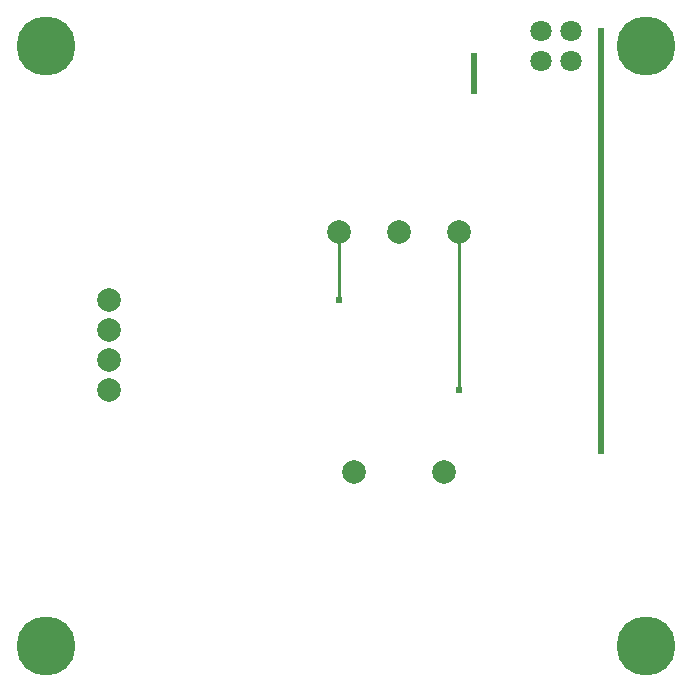
<source format=gbl>
G04 Layer: BottomLayer*
G04 EasyEDA v6.5.32, 2023-07-25 14:04:49*
G04 011ca2bd5c0445db9f1e9e00ee4858da,5a6b42c53f6a479593ecc07194224c93,10*
G04 Gerber Generator version 0.2*
G04 Scale: 100 percent, Rotated: No, Reflected: No *
G04 Dimensions in millimeters *
G04 leading zeros omitted , absolute positions ,4 integer and 5 decimal *
%FSLAX45Y45*%
%MOMM*%

%ADD10C,0.5000*%
%ADD11C,0.2540*%
%ADD12C,5.0000*%
%ADD13C,2.0000*%
%ADD14C,1.8000*%
%ADD15C,0.6096*%

%LPD*%
D10*
X4000500Y5372100D02*
G01*
X4000500Y5080000D01*
X5080000Y2032000D02*
G01*
X5080000Y5588000D01*
D11*
X2857500Y3307717D02*
G01*
X2857500Y3886200D01*
X3873500Y2545717D02*
G01*
X3873500Y3886200D01*
D12*
G01*
X381000Y5461000D03*
G01*
X5461000Y5461000D03*
G01*
X5461000Y381000D03*
G01*
X381000Y381000D03*
D13*
G01*
X910818Y2545714D03*
G01*
X910818Y3307714D03*
G01*
X910818Y3053714D03*
G01*
X910818Y2799714D03*
D14*
G01*
X4572000Y5588000D03*
G01*
X4572000Y5334000D03*
G01*
X4826000Y5334000D03*
G01*
X4826000Y5588000D03*
D13*
G01*
X2984500Y1854200D03*
G01*
X3746500Y1854200D03*
G01*
X3365500Y3886200D03*
G01*
X3873500Y3886200D03*
G01*
X2857500Y3886200D03*
D15*
G01*
X4000500Y5372100D03*
G01*
X5080000Y5588000D03*
G01*
X3873500Y2545714D03*
G01*
X2857500Y3307714D03*
G01*
X5080000Y2032000D03*
G01*
X4000500Y5080000D03*
G01*
X5080000Y5080000D03*
M02*

</source>
